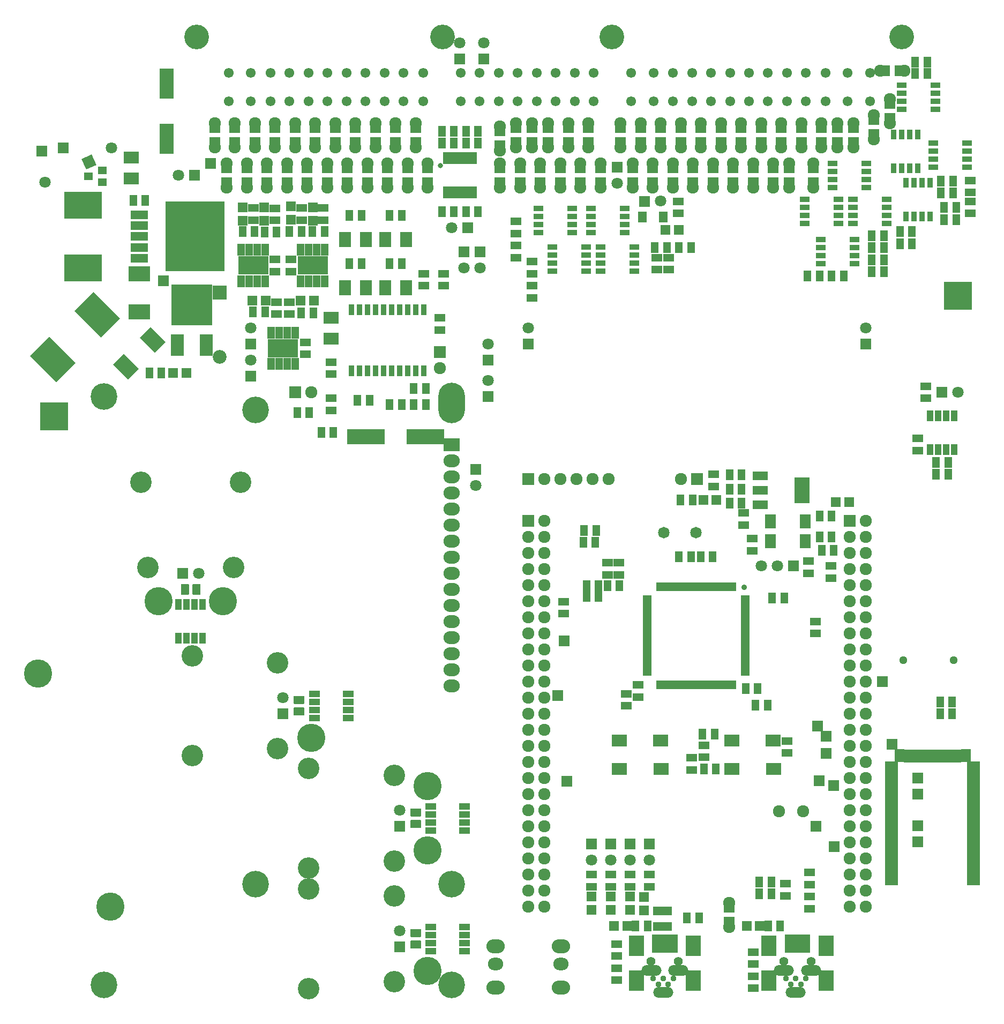
<source format=gts>
G04 (created by PCBNEW (2013-07-07 BZR 4022)-stable) date 10/09/2014 21:54:22*
%MOIN*%
G04 Gerber Fmt 3.4, Leading zero omitted, Abs format*
%FSLAX34Y34*%
G01*
G70*
G90*
G04 APERTURE LIST*
%ADD10C,0.00393701*%
%ADD11C,0.165748*%
%ADD12O,0.100748X0.080748*%
%ADD13R,0.100748X0.080748*%
%ADD14O,0.165748X0.251968*%
%ADD15R,0.055748X0.025748*%
%ADD16R,0.025748X0.055748*%
%ADD17C,0.035748*%
%ADD18R,0.033448X0.074748*%
%ADD19C,0.032*%
%ADD20R,0.070748X0.050748*%
%ADD21C,0.075748*%
%ADD22R,0.023748X0.075748*%
%ADD23C,0.061048*%
%ADD24C,0.153548*%
%ADD25R,0.050748X0.070748*%
%ADD26R,0.070748X0.070748*%
%ADD27C,0.070748*%
%ADD28R,0.062948X0.062948*%
%ADD29R,0.075748X0.075748*%
%ADD30R,0.095748X0.159748*%
%ADD31R,0.095748X0.055748*%
%ADD32C,0.071748*%
%ADD33R,0.0433071X0.0551181*%
%ADD34R,0.0944882X0.0748031*%
%ADD35R,0.175748X0.175748*%
%ADD36R,0.133848X0.094448*%
%ADD37R,0.232248X0.167348*%
%ADD38R,0.105748X0.057748*%
%ADD39R,0.365748X0.435748*%
%ADD40R,0.080748X0.135748*%
%ADD41R,0.255748X0.255748*%
%ADD42R,0.090548X0.188948*%
%ADD43R,0.095748X0.075748*%
%ADD44R,0.055148X0.047248*%
%ADD45C,0.085748*%
%ADD46R,0.085748X0.085748*%
%ADD47R,0.075748X0.095748*%
%ADD48R,0.232248X0.094448*%
%ADD49R,0.035748X0.065748*%
%ADD50C,0.050748*%
%ADD51R,0.060748X0.035748*%
%ADD52R,0.035748X0.060748*%
%ADD53R,0.053748X0.065748*%
%ADD54R,0.039348X0.070848*%
%ADD55R,0.190748X0.115748*%
%ADD56R,0.045748X0.075748*%
%ADD57C,0.037748*%
%ADD58O,0.125748X0.065748*%
%ADD59R,0.035748X0.115748*%
%ADD60R,0.0944882X0.125748*%
%ADD61C,0.055748*%
%ADD62O,0.094448X0.078748*%
%ADD63O,0.114148X0.086648*%
%ADD64R,0.082648X0.062948*%
%ADD65R,0.062948X0.078648*%
%ADD66R,0.062948X0.082648*%
%ADD67C,0.133848*%
%ADD68R,0.070848X0.039348*%
%ADD69R,0.060748X0.040748*%
%ADD70C,0.175748*%
%ADD71R,0.040748X0.060748*%
%ADD72R,0.0669291X0.0905512*%
G04 APERTURE END LIST*
G54D10*
G54D11*
X57295Y-42584D03*
X57295Y-72112D03*
X69500Y-72112D03*
G54D12*
X69500Y-58750D03*
X69500Y-59750D03*
G54D13*
X69500Y-44750D03*
G54D12*
X69500Y-45750D03*
X69500Y-46750D03*
X69500Y-47750D03*
X69500Y-48750D03*
X69500Y-49750D03*
X69500Y-50750D03*
X69500Y-51750D03*
X69500Y-52750D03*
X69500Y-53750D03*
X69500Y-54750D03*
X69500Y-55750D03*
X69500Y-56750D03*
X69500Y-57750D03*
G54D14*
X69500Y-42167D03*
G54D11*
X69500Y-78364D03*
X47845Y-41750D03*
X47846Y-78364D03*
G54D15*
X87750Y-54274D03*
X87750Y-58994D03*
X87750Y-58794D03*
X87750Y-58604D03*
X87750Y-58404D03*
X87750Y-58204D03*
X87750Y-58014D03*
X87750Y-57814D03*
X87750Y-57614D03*
X87750Y-57424D03*
X87750Y-57224D03*
X87750Y-57024D03*
X87750Y-56824D03*
X87750Y-56634D03*
X87750Y-56434D03*
X87750Y-56234D03*
X87750Y-56044D03*
X87750Y-55844D03*
X87750Y-55644D03*
X87750Y-55454D03*
X87750Y-55254D03*
X87750Y-55054D03*
X87750Y-54864D03*
X87750Y-54664D03*
X87750Y-54464D03*
G54D16*
X87060Y-59684D03*
X82340Y-59684D03*
X82540Y-59684D03*
X82730Y-59684D03*
X82930Y-59684D03*
X83130Y-59684D03*
X83320Y-59684D03*
X83520Y-59684D03*
X83720Y-59684D03*
X83910Y-59684D03*
X84110Y-59684D03*
X84310Y-59684D03*
X84510Y-59684D03*
X84700Y-59684D03*
X84900Y-59684D03*
X85100Y-59684D03*
X85290Y-59684D03*
X85490Y-59684D03*
X85690Y-59684D03*
X85880Y-59684D03*
X86080Y-59684D03*
X86280Y-59684D03*
X86470Y-59684D03*
X86670Y-59684D03*
X86870Y-59684D03*
X87060Y-53584D03*
X86860Y-53584D03*
X86670Y-53584D03*
X86470Y-53584D03*
X86270Y-53584D03*
X86080Y-53584D03*
X85880Y-53584D03*
X85680Y-53584D03*
X85490Y-53584D03*
X85290Y-53584D03*
X85090Y-53584D03*
X84890Y-53584D03*
X84700Y-53584D03*
X84500Y-53584D03*
X84300Y-53584D03*
X84110Y-53584D03*
X83910Y-53584D03*
X83710Y-53584D03*
X83520Y-53584D03*
X83320Y-53584D03*
X83120Y-53584D03*
X82930Y-53584D03*
X82730Y-53584D03*
X82530Y-53584D03*
X82340Y-53584D03*
G54D15*
X81650Y-54274D03*
X81650Y-54474D03*
X81650Y-54664D03*
X81650Y-54864D03*
X81650Y-55064D03*
X81650Y-55254D03*
X81650Y-55454D03*
X81650Y-55654D03*
X81650Y-55844D03*
X81650Y-56044D03*
X81650Y-56244D03*
X81650Y-56444D03*
X81650Y-56634D03*
X81650Y-56834D03*
X81650Y-57034D03*
X81650Y-57224D03*
X81650Y-57424D03*
X81650Y-57624D03*
X81650Y-57814D03*
X81650Y-58014D03*
X81650Y-58214D03*
X81650Y-58404D03*
X81650Y-58604D03*
X81650Y-58804D03*
X81650Y-58994D03*
G54D17*
X87700Y-53634D03*
G54D18*
X69125Y-29059D03*
X69375Y-29059D03*
X69625Y-29059D03*
X69875Y-29059D03*
X70125Y-29059D03*
X70375Y-29059D03*
X70625Y-29059D03*
X70875Y-29059D03*
X70875Y-26941D03*
X70625Y-26941D03*
X70375Y-26941D03*
X70125Y-26941D03*
X69875Y-26941D03*
X69625Y-26941D03*
X69375Y-26941D03*
X69125Y-26941D03*
G54D19*
X68800Y-27400D03*
G54D20*
X78000Y-25875D03*
X78000Y-25125D03*
G54D21*
X78000Y-24750D03*
X78000Y-26250D03*
G54D22*
X78000Y-25000D03*
X78000Y-26000D03*
G54D20*
X61000Y-25875D03*
X61000Y-25125D03*
G54D21*
X61000Y-24750D03*
X61000Y-26250D03*
G54D22*
X61000Y-25000D03*
X61000Y-26000D03*
G54D20*
X59750Y-25875D03*
X59750Y-25125D03*
G54D21*
X59750Y-24750D03*
X59750Y-26250D03*
G54D22*
X59750Y-25000D03*
X59750Y-26000D03*
G54D20*
X58500Y-25875D03*
X58500Y-25125D03*
G54D21*
X58500Y-24750D03*
X58500Y-26250D03*
G54D22*
X58500Y-25000D03*
X58500Y-26000D03*
G54D20*
X57250Y-25875D03*
X57250Y-25125D03*
G54D21*
X57250Y-24750D03*
X57250Y-26250D03*
G54D22*
X57250Y-25000D03*
X57250Y-26000D03*
G54D20*
X54750Y-25875D03*
X54750Y-25125D03*
G54D21*
X54750Y-24750D03*
X54750Y-26250D03*
G54D22*
X54750Y-26000D03*
X54750Y-25000D03*
G54D20*
X56000Y-25875D03*
X56000Y-25125D03*
G54D21*
X56000Y-24750D03*
X56000Y-26250D03*
G54D22*
X56000Y-26000D03*
X56000Y-25000D03*
G54D20*
X87000Y-28375D03*
X87000Y-27625D03*
G54D21*
X87000Y-27250D03*
X87000Y-28750D03*
G54D22*
X87000Y-28500D03*
X87000Y-27500D03*
G54D23*
X55621Y-21628D03*
X55621Y-23400D03*
X56998Y-23400D03*
X56998Y-21628D03*
X61762Y-21628D03*
X61762Y-23400D03*
X60581Y-23400D03*
X60581Y-21628D03*
X58219Y-21628D03*
X58219Y-23400D03*
X59400Y-23400D03*
X59400Y-21628D03*
X64124Y-21628D03*
X64124Y-23400D03*
X62943Y-23400D03*
X62943Y-21628D03*
X65305Y-21628D03*
X65305Y-23400D03*
X66486Y-23400D03*
X66486Y-21628D03*
X73592Y-21628D03*
X73592Y-23400D03*
X72411Y-23400D03*
X72411Y-21628D03*
X70049Y-21628D03*
X70049Y-23400D03*
X71230Y-23400D03*
X71230Y-21628D03*
X75955Y-21628D03*
X75955Y-23400D03*
X74774Y-23400D03*
X74774Y-21628D03*
X77136Y-21628D03*
X77136Y-23400D03*
X67707Y-21628D03*
X67707Y-23400D03*
X78317Y-23400D03*
X78317Y-21628D03*
X82036Y-23400D03*
X82036Y-21628D03*
X80658Y-23400D03*
X80658Y-21628D03*
X86801Y-23400D03*
X86801Y-21628D03*
X85620Y-23400D03*
X85620Y-21628D03*
X83258Y-23400D03*
X83258Y-21628D03*
X84439Y-23400D03*
X84439Y-21628D03*
X89163Y-23400D03*
X89163Y-21628D03*
X87982Y-23400D03*
X87982Y-21628D03*
X90344Y-23400D03*
X90344Y-21628D03*
X91525Y-23400D03*
X91525Y-21628D03*
X92746Y-23400D03*
X92746Y-21628D03*
X94124Y-23400D03*
X94124Y-21628D03*
G54D24*
X53632Y-19384D03*
X68927Y-19384D03*
X79439Y-19384D03*
G54D23*
X95502Y-23400D03*
X95502Y-21628D03*
G54D24*
X97490Y-19384D03*
G54D20*
X75500Y-25875D03*
X75500Y-25125D03*
G54D21*
X75500Y-24750D03*
X75500Y-26250D03*
G54D20*
X77500Y-28375D03*
X77500Y-27625D03*
G54D21*
X77500Y-27250D03*
X77500Y-28750D03*
G54D20*
X76750Y-25875D03*
X76750Y-25125D03*
G54D21*
X76750Y-24750D03*
X76750Y-26250D03*
G54D20*
X78750Y-28375D03*
X78750Y-27625D03*
G54D21*
X78750Y-27250D03*
X78750Y-28750D03*
G54D20*
X80750Y-28375D03*
X80750Y-27625D03*
G54D21*
X80750Y-27250D03*
X80750Y-28750D03*
G54D20*
X80000Y-25875D03*
X80000Y-25125D03*
G54D21*
X80000Y-24750D03*
X80000Y-26250D03*
G54D20*
X82000Y-28375D03*
X82000Y-27625D03*
G54D21*
X82000Y-27250D03*
X82000Y-28750D03*
G54D20*
X81250Y-25875D03*
X81250Y-25125D03*
G54D21*
X81250Y-24750D03*
X81250Y-26250D03*
G54D20*
X83250Y-28375D03*
X83250Y-27625D03*
G54D21*
X83250Y-27250D03*
X83250Y-28750D03*
G54D20*
X82500Y-25875D03*
X82500Y-25125D03*
G54D21*
X82500Y-24750D03*
X82500Y-26250D03*
G54D20*
X84500Y-28375D03*
X84500Y-27625D03*
G54D21*
X84500Y-27250D03*
X84500Y-28750D03*
G54D20*
X83750Y-25875D03*
X83750Y-25125D03*
G54D21*
X83750Y-24750D03*
X83750Y-26250D03*
G54D20*
X85750Y-28375D03*
X85750Y-27625D03*
G54D21*
X85750Y-27250D03*
X85750Y-28750D03*
G54D20*
X85000Y-25875D03*
X85000Y-25125D03*
G54D21*
X85000Y-24750D03*
X85000Y-26250D03*
G54D20*
X76250Y-28375D03*
X76250Y-27625D03*
G54D21*
X76250Y-27250D03*
X76250Y-28750D03*
G54D20*
X86250Y-25875D03*
X86250Y-25125D03*
G54D21*
X86250Y-24750D03*
X86250Y-26250D03*
G54D20*
X88250Y-28375D03*
X88250Y-27625D03*
G54D21*
X88250Y-27250D03*
X88250Y-28750D03*
G54D20*
X87500Y-25875D03*
X87500Y-25125D03*
G54D21*
X87500Y-24750D03*
X87500Y-26250D03*
G54D20*
X89500Y-28375D03*
X89500Y-27625D03*
G54D21*
X89500Y-27250D03*
X89500Y-28750D03*
G54D20*
X88750Y-25875D03*
X88750Y-25125D03*
G54D21*
X88750Y-24750D03*
X88750Y-26250D03*
G54D20*
X90500Y-28375D03*
X90500Y-27625D03*
G54D21*
X90500Y-27250D03*
X90500Y-28750D03*
G54D20*
X90000Y-25875D03*
X90000Y-25125D03*
G54D21*
X90000Y-24750D03*
X90000Y-26250D03*
G54D20*
X92000Y-28375D03*
X92000Y-27625D03*
G54D21*
X92000Y-27250D03*
X92000Y-28750D03*
G54D20*
X91250Y-25875D03*
X91250Y-25125D03*
G54D21*
X91250Y-24750D03*
X91250Y-26250D03*
G54D20*
X93500Y-25875D03*
X93500Y-25125D03*
G54D21*
X93500Y-24750D03*
X93500Y-26250D03*
G54D20*
X92500Y-25875D03*
X92500Y-25125D03*
G54D21*
X92500Y-24750D03*
X92500Y-26250D03*
G54D20*
X95750Y-25375D03*
X95750Y-24625D03*
G54D21*
X95750Y-24250D03*
X95750Y-25750D03*
G54D20*
X94500Y-25875D03*
X94500Y-25125D03*
G54D21*
X94500Y-24750D03*
X94500Y-26250D03*
G54D20*
X96750Y-24375D03*
X96750Y-23625D03*
G54D21*
X96750Y-23250D03*
X96750Y-24750D03*
G54D25*
X97275Y-21500D03*
X96525Y-21500D03*
G54D21*
X96150Y-21500D03*
X97650Y-21500D03*
G54D20*
X65500Y-28375D03*
X65500Y-27625D03*
G54D21*
X65500Y-27250D03*
X65500Y-28750D03*
G54D20*
X56750Y-28375D03*
X56750Y-27625D03*
G54D21*
X56750Y-27250D03*
X56750Y-28750D03*
G54D20*
X58000Y-28375D03*
X58000Y-27625D03*
G54D21*
X58000Y-27250D03*
X58000Y-28750D03*
G54D20*
X59250Y-28375D03*
X59250Y-27625D03*
G54D21*
X59250Y-27250D03*
X59250Y-28750D03*
G54D20*
X60500Y-28375D03*
X60500Y-27625D03*
G54D21*
X60500Y-27250D03*
X60500Y-28750D03*
G54D20*
X61750Y-28375D03*
X61750Y-27625D03*
G54D21*
X61750Y-27250D03*
X61750Y-28750D03*
G54D20*
X63000Y-28375D03*
X63000Y-27625D03*
G54D21*
X63000Y-27250D03*
X63000Y-28750D03*
G54D20*
X62250Y-25875D03*
X62250Y-25125D03*
G54D21*
X62250Y-24750D03*
X62250Y-26250D03*
G54D20*
X64250Y-28375D03*
X64250Y-27625D03*
G54D21*
X64250Y-27250D03*
X64250Y-28750D03*
G54D20*
X63500Y-25875D03*
X63500Y-25125D03*
G54D21*
X63500Y-24750D03*
X63500Y-26250D03*
G54D20*
X55500Y-28375D03*
X55500Y-27625D03*
G54D21*
X55500Y-27250D03*
X55500Y-28750D03*
G54D20*
X64750Y-25875D03*
X64750Y-25125D03*
G54D21*
X64750Y-24750D03*
X64750Y-26250D03*
G54D20*
X66750Y-28375D03*
X66750Y-27625D03*
G54D21*
X66750Y-27250D03*
X66750Y-28750D03*
G54D20*
X66000Y-25875D03*
X66000Y-25125D03*
G54D21*
X66000Y-24750D03*
X66000Y-26250D03*
G54D20*
X68000Y-28375D03*
X68000Y-27625D03*
G54D21*
X68000Y-27250D03*
X68000Y-28750D03*
G54D20*
X67250Y-25875D03*
X67250Y-25125D03*
G54D21*
X67250Y-24750D03*
X67250Y-26250D03*
G54D20*
X72500Y-28375D03*
X72500Y-27625D03*
G54D21*
X72500Y-27250D03*
X72500Y-28750D03*
G54D20*
X72500Y-26075D03*
X72500Y-25325D03*
G54D21*
X72500Y-24950D03*
X72500Y-26450D03*
G54D26*
X74250Y-38500D03*
G54D27*
X74250Y-37500D03*
G54D26*
X95250Y-38500D03*
G54D27*
X95250Y-37500D03*
G54D26*
X70500Y-31250D03*
G54D27*
X69500Y-31250D03*
G54D20*
X90350Y-63934D03*
X90350Y-63184D03*
G54D25*
X84975Y-51734D03*
X85725Y-51734D03*
X84375Y-51734D03*
X83625Y-51734D03*
G54D20*
X84425Y-64984D03*
X84425Y-64234D03*
G54D25*
X77875Y-53534D03*
X78625Y-53534D03*
X77875Y-54184D03*
X78625Y-54184D03*
G54D20*
X79200Y-52109D03*
X79200Y-52859D03*
X79900Y-52109D03*
X79900Y-52859D03*
X87650Y-49759D03*
X87650Y-49009D03*
G54D25*
X78475Y-50084D03*
X77725Y-50084D03*
X83725Y-48184D03*
X84475Y-48184D03*
G54D20*
X81100Y-60459D03*
X81100Y-59709D03*
G54D25*
X88525Y-59934D03*
X87775Y-59934D03*
X90175Y-54284D03*
X89425Y-54284D03*
G54D20*
X80350Y-60259D03*
X80350Y-61009D03*
X93100Y-53059D03*
X93100Y-52309D03*
G54D25*
X88400Y-60959D03*
X89150Y-60959D03*
X86775Y-48384D03*
X87525Y-48384D03*
X87525Y-47534D03*
X86775Y-47534D03*
G54D28*
X85137Y-48184D03*
X85963Y-48184D03*
G54D25*
X78425Y-50834D03*
X77675Y-50834D03*
G54D26*
X78200Y-69584D03*
G54D27*
X78200Y-70584D03*
G54D26*
X79400Y-69584D03*
G54D27*
X79400Y-70584D03*
G54D26*
X80600Y-69584D03*
G54D27*
X80600Y-70584D03*
G54D26*
X81800Y-69584D03*
G54D27*
X81800Y-70584D03*
G54D26*
X90750Y-52284D03*
G54D27*
X89750Y-52284D03*
X88750Y-52284D03*
G54D29*
X74250Y-49484D03*
G54D21*
X75250Y-49484D03*
X74250Y-50484D03*
X75250Y-50484D03*
X74250Y-51484D03*
X75250Y-51484D03*
X74250Y-52484D03*
X75250Y-52484D03*
X74250Y-53484D03*
X75250Y-53484D03*
X74250Y-54484D03*
X75250Y-54484D03*
X74250Y-55484D03*
X75250Y-55484D03*
X74250Y-56484D03*
X75250Y-56484D03*
X74250Y-57484D03*
X75250Y-57484D03*
X74250Y-58484D03*
X75250Y-58484D03*
X74250Y-59484D03*
X75250Y-59484D03*
X74250Y-60484D03*
X75250Y-60484D03*
X74250Y-61484D03*
X75250Y-61484D03*
X74250Y-62484D03*
X75250Y-62484D03*
X74250Y-63484D03*
X75250Y-63484D03*
X74250Y-64484D03*
X75250Y-64484D03*
X74250Y-65484D03*
X75250Y-65484D03*
X74250Y-66484D03*
X75250Y-66484D03*
X74250Y-67484D03*
X75250Y-67484D03*
X74250Y-68484D03*
X75250Y-68484D03*
X74250Y-69484D03*
X75250Y-69484D03*
X74250Y-70484D03*
X75250Y-70484D03*
X74250Y-71484D03*
X75250Y-71484D03*
X74250Y-72484D03*
X75250Y-72484D03*
X74250Y-73484D03*
X75250Y-73484D03*
G54D29*
X94250Y-49484D03*
G54D21*
X95250Y-49484D03*
X94250Y-50484D03*
X95250Y-50484D03*
X94250Y-51484D03*
X95250Y-51484D03*
X94250Y-52484D03*
X95250Y-52484D03*
X94250Y-53484D03*
X95250Y-53484D03*
X94250Y-54484D03*
X95250Y-54484D03*
X94250Y-55484D03*
X95250Y-55484D03*
X94250Y-56484D03*
X95250Y-56484D03*
X94250Y-57484D03*
X95250Y-57484D03*
X94250Y-58484D03*
X95250Y-58484D03*
X94250Y-59484D03*
X95250Y-59484D03*
X94250Y-60484D03*
X95250Y-60484D03*
X94250Y-61484D03*
X95250Y-61484D03*
X94250Y-62484D03*
X95250Y-62484D03*
X94250Y-63484D03*
X95250Y-63484D03*
X94250Y-64484D03*
X95250Y-64484D03*
X94250Y-65484D03*
X95250Y-65484D03*
X94250Y-66484D03*
X95250Y-66484D03*
X94250Y-67484D03*
X95250Y-67484D03*
X94250Y-68484D03*
X95250Y-68484D03*
X94250Y-69484D03*
X95250Y-69484D03*
X94250Y-70484D03*
X95250Y-70484D03*
X94250Y-71484D03*
X95250Y-71484D03*
X94250Y-72484D03*
X95250Y-72484D03*
X94250Y-73484D03*
X95250Y-73484D03*
G54D29*
X84750Y-46884D03*
G54D21*
X83750Y-46884D03*
G54D29*
X74250Y-46884D03*
G54D21*
X75250Y-46884D03*
X76250Y-46884D03*
X77250Y-46884D03*
X78250Y-46884D03*
X79250Y-46884D03*
G54D25*
X85100Y-62759D03*
X85850Y-62759D03*
G54D20*
X85200Y-64209D03*
X85200Y-63459D03*
G54D25*
X85175Y-64934D03*
X85925Y-64934D03*
G54D20*
X92125Y-55759D03*
X92125Y-56509D03*
X76450Y-54525D03*
X76450Y-55275D03*
X78200Y-72259D03*
X78200Y-71509D03*
X79400Y-72259D03*
X79400Y-71509D03*
X80600Y-72259D03*
X80600Y-71509D03*
X81800Y-72259D03*
X81800Y-71509D03*
G54D25*
X79925Y-53534D03*
X79175Y-53534D03*
G54D20*
X85800Y-47359D03*
X85800Y-46609D03*
G54D25*
X80925Y-74700D03*
X81675Y-74700D03*
X93125Y-49184D03*
X92375Y-49184D03*
G54D30*
X91300Y-47584D03*
G54D31*
X88700Y-47584D03*
X88700Y-48484D03*
X88700Y-46684D03*
G54D32*
X82700Y-50234D03*
X84700Y-50234D03*
G54D20*
X79750Y-76575D03*
X79750Y-75825D03*
X79750Y-77325D03*
X79750Y-78075D03*
X91700Y-52759D03*
X91700Y-52009D03*
X88200Y-51359D03*
X88200Y-50609D03*
G54D33*
X82974Y-73777D03*
X82600Y-73777D03*
X82225Y-73777D03*
X82225Y-74722D03*
X82600Y-74722D03*
X82974Y-74722D03*
G54D34*
X86920Y-63148D03*
X89479Y-63148D03*
X89518Y-64919D03*
X86920Y-64919D03*
X79920Y-63148D03*
X82479Y-63148D03*
X82518Y-64919D03*
X79920Y-64919D03*
G54D35*
X101000Y-35500D03*
G54D28*
X80590Y-72871D03*
X80590Y-73697D03*
X78190Y-72871D03*
X78190Y-73697D03*
X79390Y-72871D03*
X79390Y-73697D03*
X81450Y-72887D03*
X81450Y-73713D03*
X80413Y-74700D03*
X79587Y-74700D03*
X93377Y-48324D03*
X94203Y-48324D03*
G54D25*
X84125Y-74200D03*
X84875Y-74200D03*
X86775Y-46624D03*
X87525Y-46624D03*
X92515Y-51324D03*
X93265Y-51324D03*
X92375Y-50504D03*
X93125Y-50504D03*
X69625Y-26000D03*
X68875Y-26000D03*
X71125Y-26000D03*
X70375Y-26000D03*
X69625Y-25250D03*
X68875Y-25250D03*
X71125Y-25250D03*
X70375Y-25250D03*
X68875Y-30250D03*
X69625Y-30250D03*
X70375Y-30250D03*
X71125Y-30250D03*
G54D36*
X50056Y-36491D03*
X50056Y-34129D03*
G54D10*
G36*
X49360Y-40702D02*
X48413Y-39755D01*
X49081Y-39087D01*
X50028Y-40034D01*
X49360Y-40702D01*
X49360Y-40702D01*
G37*
G36*
X51030Y-39032D02*
X50084Y-38085D01*
X50751Y-37417D01*
X51698Y-38364D01*
X51030Y-39032D01*
X51030Y-39032D01*
G37*
G54D37*
X46556Y-29851D03*
X46556Y-33769D03*
G54D10*
G36*
X47211Y-35262D02*
X48854Y-36904D01*
X47670Y-38087D01*
X46028Y-36445D01*
X47211Y-35262D01*
X47211Y-35262D01*
G37*
G36*
X44441Y-38032D02*
X46083Y-39674D01*
X44900Y-40858D01*
X43258Y-39215D01*
X44441Y-38032D01*
X44441Y-38032D01*
G37*
G54D25*
X50681Y-40310D03*
X51431Y-40310D03*
G54D28*
X52143Y-40310D03*
X52969Y-40310D03*
G54D38*
X50056Y-30470D03*
G54D39*
X53506Y-31810D03*
G54D38*
X50056Y-31810D03*
X50056Y-31140D03*
X50056Y-32480D03*
X50056Y-33150D03*
G54D40*
X52406Y-38560D03*
G54D41*
X53306Y-36060D03*
G54D40*
X54206Y-38560D03*
G54D42*
X51750Y-25732D03*
X51750Y-22307D03*
G54D25*
X49681Y-29560D03*
X50431Y-29560D03*
G54D26*
X51556Y-34560D03*
G54D43*
X49556Y-28210D03*
X49556Y-26910D03*
G54D44*
X46873Y-28060D03*
X47739Y-27685D03*
X47739Y-28435D03*
G54D45*
X55056Y-39310D03*
G54D46*
X55056Y-35310D03*
G54D10*
G36*
X46744Y-27646D02*
X46445Y-27005D01*
X47086Y-26706D01*
X47385Y-27347D01*
X46744Y-27646D01*
X46744Y-27646D01*
G37*
G54D27*
X44196Y-28443D03*
G54D26*
X45306Y-26310D03*
G54D27*
X48306Y-26310D03*
G54D26*
X53500Y-28000D03*
G54D27*
X52500Y-28000D03*
G54D43*
X62000Y-38150D03*
X62000Y-36850D03*
G54D47*
X65350Y-35000D03*
X66650Y-35000D03*
X64150Y-35000D03*
X62850Y-35000D03*
X62850Y-32000D03*
X64150Y-32000D03*
X66650Y-32000D03*
X65350Y-32000D03*
G54D25*
X67875Y-42250D03*
X67125Y-42250D03*
X65625Y-42250D03*
X66375Y-42250D03*
G54D48*
X64150Y-44250D03*
X67850Y-44250D03*
G54D49*
X67750Y-36350D03*
X67250Y-36350D03*
X66750Y-36350D03*
X66250Y-36350D03*
X65750Y-36350D03*
X65250Y-36350D03*
X64750Y-36350D03*
X64250Y-36350D03*
X63750Y-36350D03*
X63250Y-36350D03*
X63250Y-40150D03*
X63750Y-40150D03*
X64250Y-40150D03*
X64750Y-40150D03*
X65250Y-40150D03*
X65750Y-40150D03*
X66250Y-40150D03*
X66750Y-40150D03*
X67250Y-40150D03*
X67750Y-40150D03*
G54D29*
X59750Y-41500D03*
G54D21*
X60750Y-41500D03*
G54D26*
X71750Y-41750D03*
G54D27*
X71750Y-40750D03*
G54D26*
X71750Y-39500D03*
G54D27*
X71750Y-38500D03*
G54D20*
X88250Y-76325D03*
X88250Y-77075D03*
G54D25*
X88625Y-71950D03*
X89375Y-71950D03*
X89375Y-72700D03*
X88625Y-72700D03*
G54D20*
X90250Y-72075D03*
X90250Y-72825D03*
X88250Y-77825D03*
X88250Y-78575D03*
G54D25*
X89925Y-74700D03*
X89175Y-74700D03*
X100625Y-60750D03*
X99875Y-60750D03*
X99875Y-61500D03*
X100625Y-61500D03*
G54D28*
X88663Y-74700D03*
X87837Y-74700D03*
G54D50*
X97576Y-58158D03*
X100725Y-58158D03*
G54D20*
X83000Y-33125D03*
X83000Y-33875D03*
G54D25*
X83625Y-32500D03*
X84375Y-32500D03*
G54D20*
X73500Y-32375D03*
X73500Y-33125D03*
X74500Y-34875D03*
X74500Y-35625D03*
G54D25*
X95625Y-34000D03*
X96375Y-34000D03*
X92375Y-34250D03*
X91625Y-34250D03*
X96375Y-33250D03*
X95625Y-33250D03*
X93875Y-34250D03*
X93125Y-34250D03*
G54D20*
X73500Y-30875D03*
X73500Y-31625D03*
X74500Y-33375D03*
X74500Y-34125D03*
G54D25*
X82125Y-32500D03*
X82875Y-32500D03*
G54D20*
X82250Y-33875D03*
X82250Y-33125D03*
G54D51*
X92450Y-33500D03*
X94550Y-33500D03*
X92450Y-33000D03*
X92450Y-32500D03*
X92450Y-32000D03*
X94550Y-33000D03*
X94550Y-32500D03*
X94550Y-32000D03*
X91450Y-31000D03*
X93550Y-31000D03*
X91450Y-30500D03*
X91450Y-30000D03*
X91450Y-29500D03*
X93550Y-30500D03*
X93550Y-30000D03*
X93550Y-29500D03*
X77000Y-30050D03*
X74900Y-30050D03*
X77000Y-30550D03*
X77000Y-31050D03*
X77000Y-31550D03*
X74900Y-30550D03*
X74900Y-31050D03*
X74900Y-31550D03*
X78150Y-31550D03*
X80250Y-31550D03*
X78150Y-31050D03*
X78150Y-30550D03*
X78150Y-30050D03*
X80250Y-31050D03*
X80250Y-30550D03*
X80250Y-30050D03*
X78750Y-33950D03*
X80850Y-33950D03*
X78750Y-33450D03*
X78750Y-32950D03*
X78750Y-32450D03*
X80850Y-33450D03*
X80850Y-32950D03*
X80850Y-32450D03*
X77850Y-32450D03*
X75750Y-32450D03*
X77850Y-32950D03*
X77850Y-33450D03*
X77850Y-33950D03*
X75750Y-32950D03*
X75750Y-33450D03*
X75750Y-33950D03*
G54D52*
X97000Y-25450D03*
X97000Y-27550D03*
X97500Y-25450D03*
X98000Y-25450D03*
X98500Y-25450D03*
X97500Y-27550D03*
X98000Y-27550D03*
X98500Y-27550D03*
G54D51*
X97500Y-23900D03*
X99600Y-23900D03*
X97500Y-23400D03*
X97500Y-22900D03*
X97500Y-22400D03*
X99600Y-23400D03*
X99600Y-22900D03*
X99600Y-22400D03*
X99450Y-27500D03*
X101550Y-27500D03*
X99450Y-27000D03*
X99450Y-26500D03*
X99450Y-26000D03*
X101550Y-27000D03*
X101550Y-26500D03*
X101550Y-26000D03*
G54D52*
X97750Y-28450D03*
X97750Y-30550D03*
X98250Y-28450D03*
X98750Y-28450D03*
X99250Y-28450D03*
X98250Y-30550D03*
X98750Y-30550D03*
X99250Y-30550D03*
G54D51*
X94450Y-31000D03*
X96550Y-31000D03*
X94450Y-30500D03*
X94450Y-30000D03*
X94450Y-29500D03*
X96550Y-30500D03*
X96550Y-30000D03*
X96550Y-29500D03*
X93200Y-28750D03*
X95300Y-28750D03*
X93200Y-28250D03*
X93200Y-27750D03*
X93200Y-27250D03*
X95300Y-28250D03*
X95300Y-27750D03*
X95300Y-27250D03*
G54D25*
X99075Y-20950D03*
X98325Y-20950D03*
G54D20*
X101750Y-28325D03*
X101750Y-29075D03*
G54D25*
X100675Y-28350D03*
X99925Y-28350D03*
X100875Y-30000D03*
X100125Y-30000D03*
X98125Y-31500D03*
X97375Y-31500D03*
X96375Y-31750D03*
X95625Y-31750D03*
G54D53*
X82640Y-30610D03*
X81350Y-30610D03*
G54D20*
X83600Y-29625D03*
X83600Y-30375D03*
G54D26*
X81500Y-29625D03*
G54D27*
X82500Y-29600D03*
G54D26*
X79800Y-27500D03*
G54D27*
X79800Y-28500D03*
G54D25*
X97375Y-32250D03*
X98125Y-32250D03*
X95625Y-32500D03*
X96375Y-32500D03*
X99925Y-29100D03*
X100675Y-29100D03*
X100125Y-30750D03*
X100875Y-30750D03*
G54D20*
X101750Y-29625D03*
X101750Y-30375D03*
G54D25*
X98325Y-21650D03*
X99075Y-21650D03*
G54D28*
X83613Y-31400D03*
X82787Y-31400D03*
G54D25*
X99625Y-46600D03*
X100375Y-46600D03*
X100375Y-45850D03*
X99625Y-45850D03*
G54D20*
X98500Y-44375D03*
X98500Y-45125D03*
G54D54*
X99250Y-42950D03*
X99250Y-45050D03*
X99750Y-42950D03*
X100250Y-42950D03*
X100750Y-42950D03*
X99750Y-45050D03*
X100250Y-45050D03*
X100750Y-45050D03*
G54D20*
X99000Y-41125D03*
X99000Y-41875D03*
G54D26*
X100000Y-41500D03*
G54D27*
X101000Y-41500D03*
G54D55*
X59000Y-38755D03*
G54D56*
X59750Y-37780D03*
X59250Y-37780D03*
X58750Y-37780D03*
X58250Y-37780D03*
X59750Y-39730D03*
X59250Y-39730D03*
X58750Y-39730D03*
X58250Y-39730D03*
G54D55*
X60850Y-33605D03*
G54D56*
X61600Y-32630D03*
X61100Y-32630D03*
X60600Y-32630D03*
X60100Y-32630D03*
X61600Y-34580D03*
X61100Y-34580D03*
X60600Y-34580D03*
X60100Y-34580D03*
G54D55*
X57150Y-33605D03*
G54D56*
X57900Y-32630D03*
X57400Y-32630D03*
X56900Y-32630D03*
X56400Y-32630D03*
X57900Y-34580D03*
X57400Y-34580D03*
X56900Y-34580D03*
X56400Y-34580D03*
G54D25*
X60875Y-36555D03*
X60125Y-36555D03*
G54D20*
X59400Y-35880D03*
X59400Y-36630D03*
G54D25*
X59400Y-31505D03*
X60150Y-31505D03*
X57850Y-31530D03*
X58600Y-31530D03*
G54D20*
X58500Y-30055D03*
X58500Y-30805D03*
X59500Y-33980D03*
X59500Y-33230D03*
X57150Y-30030D03*
X57150Y-30780D03*
G54D25*
X56475Y-31505D03*
X57225Y-31505D03*
G54D20*
X58600Y-35880D03*
X58600Y-36630D03*
G54D25*
X57125Y-36505D03*
X57875Y-36505D03*
G54D20*
X58500Y-33980D03*
X58500Y-33230D03*
X60150Y-30030D03*
X60150Y-30780D03*
X60400Y-39130D03*
X60400Y-38380D03*
X61500Y-30030D03*
X61500Y-30780D03*
G54D25*
X60825Y-31505D03*
X61575Y-31505D03*
G54D28*
X60913Y-35805D03*
X60087Y-35805D03*
X59475Y-30768D03*
X59475Y-29942D03*
X57825Y-30818D03*
X57825Y-29992D03*
X56500Y-30818D03*
X56500Y-29992D03*
X60850Y-30818D03*
X60850Y-29992D03*
X57087Y-35805D03*
X57913Y-35805D03*
G54D26*
X57000Y-38500D03*
G54D27*
X57000Y-37500D03*
G54D26*
X57000Y-40500D03*
G54D27*
X57000Y-39500D03*
G54D29*
X68750Y-39000D03*
G54D21*
X68750Y-40000D03*
G54D20*
X74500Y-25875D03*
X74500Y-25125D03*
G54D21*
X74500Y-24750D03*
X74500Y-26250D03*
G54D20*
X75000Y-28375D03*
X75000Y-27625D03*
G54D21*
X75000Y-27250D03*
X75000Y-28750D03*
G54D20*
X73500Y-25875D03*
X73500Y-25125D03*
G54D21*
X73500Y-24750D03*
X73500Y-26250D03*
G54D20*
X73750Y-28375D03*
X73750Y-27625D03*
G54D21*
X73750Y-27250D03*
X73750Y-28750D03*
G54D57*
X82020Y-77953D03*
X82335Y-78346D03*
X82650Y-77953D03*
X82964Y-78346D03*
X83279Y-77953D03*
G54D58*
X82650Y-78838D03*
X81901Y-77461D03*
X83594Y-77461D03*
G54D59*
X82120Y-75800D03*
X82435Y-75800D03*
X82750Y-75800D03*
X83064Y-75800D03*
X83379Y-75800D03*
G54D60*
X80978Y-78081D03*
X84521Y-78081D03*
X80978Y-75915D03*
X84521Y-75915D03*
G54D61*
X81900Y-76900D03*
X83600Y-76900D03*
G54D59*
X90370Y-75800D03*
X90685Y-75800D03*
X91000Y-75800D03*
X91314Y-75800D03*
X91629Y-75800D03*
G54D60*
X89228Y-78081D03*
X92771Y-78081D03*
X89228Y-75915D03*
X92771Y-75915D03*
G54D61*
X90150Y-76900D03*
X91850Y-76900D03*
G54D57*
X90270Y-77953D03*
X90585Y-78346D03*
X90900Y-77953D03*
X91214Y-78346D03*
X91529Y-77953D03*
G54D58*
X90900Y-78838D03*
X90151Y-77461D03*
X91844Y-77461D03*
G54D26*
X71500Y-20750D03*
G54D27*
X71500Y-19750D03*
G54D26*
X70000Y-20750D03*
G54D27*
X70000Y-19750D03*
G54D62*
X72222Y-77072D03*
X76278Y-77072D03*
G54D63*
X76278Y-75970D03*
X72222Y-75970D03*
X76278Y-78530D03*
X72222Y-78530D03*
G54D64*
X101959Y-65957D03*
X101959Y-65366D03*
X101959Y-64776D03*
X101959Y-66547D03*
X101959Y-67138D03*
X101959Y-67728D03*
X101959Y-68319D03*
X101959Y-68909D03*
X101959Y-69500D03*
X101959Y-70091D03*
X101959Y-70681D03*
X101959Y-71272D03*
X101959Y-71862D03*
G54D65*
X101467Y-64108D03*
G54D66*
X100875Y-64126D03*
X100285Y-64126D03*
X99695Y-64126D03*
X99105Y-64126D03*
X98515Y-64126D03*
X97925Y-64126D03*
G54D65*
X97335Y-64107D03*
G54D64*
X96841Y-64776D03*
X96841Y-65366D03*
X96841Y-65958D03*
X96841Y-66547D03*
X96841Y-67138D03*
X96841Y-67728D03*
X96841Y-68319D03*
X96841Y-68909D03*
X96841Y-69500D03*
X96841Y-70091D03*
X96841Y-70681D03*
X96841Y-71272D03*
X96841Y-71862D03*
G54D26*
X70250Y-32750D03*
G54D27*
X70250Y-33750D03*
G54D26*
X71250Y-32750D03*
G54D27*
X71250Y-33750D03*
G54D26*
X71000Y-46300D03*
G54D27*
X71000Y-47300D03*
G54D26*
X92800Y-62900D03*
X93300Y-69750D03*
X96300Y-59500D03*
X92250Y-62250D03*
X96900Y-63400D03*
X92800Y-63950D03*
X98500Y-65500D03*
X92350Y-65650D03*
X98500Y-66500D03*
X93250Y-65950D03*
X76650Y-65700D03*
X76100Y-60350D03*
X76500Y-56950D03*
X98500Y-68450D03*
X92150Y-68500D03*
X98500Y-69450D03*
G54D67*
X60593Y-78610D03*
X60593Y-72390D03*
X65907Y-78177D03*
X65907Y-72823D03*
G54D68*
X70300Y-74750D03*
X68200Y-74750D03*
X70300Y-75250D03*
X70300Y-75750D03*
X70300Y-76250D03*
X68200Y-75250D03*
X68200Y-75750D03*
X68200Y-76250D03*
G54D20*
X67250Y-75125D03*
X67250Y-75875D03*
G54D69*
X67250Y-75200D03*
X67250Y-75800D03*
G54D26*
X66250Y-76000D03*
G54D27*
X66250Y-75000D03*
G54D70*
X68000Y-77500D03*
X48250Y-73500D03*
G54D67*
X60593Y-71110D03*
X60593Y-64890D03*
X65907Y-70677D03*
X65907Y-65323D03*
G54D68*
X70300Y-67250D03*
X68200Y-67250D03*
X70300Y-67750D03*
X70300Y-68250D03*
X70300Y-68750D03*
X68200Y-67750D03*
X68200Y-68250D03*
X68200Y-68750D03*
G54D20*
X67250Y-67625D03*
X67250Y-68375D03*
G54D69*
X67250Y-67700D03*
X67250Y-68300D03*
G54D26*
X66250Y-68500D03*
G54D27*
X66250Y-67500D03*
G54D70*
X68000Y-70000D03*
X68000Y-66000D03*
G54D67*
X53343Y-64110D03*
X53343Y-57890D03*
X58657Y-63677D03*
X58657Y-58323D03*
G54D68*
X63050Y-60250D03*
X60950Y-60250D03*
X63050Y-60750D03*
X63050Y-61250D03*
X63050Y-61750D03*
X60950Y-60750D03*
X60950Y-61250D03*
X60950Y-61750D03*
G54D20*
X60000Y-60625D03*
X60000Y-61375D03*
G54D69*
X60000Y-60700D03*
X60000Y-61300D03*
G54D26*
X59000Y-61500D03*
G54D27*
X59000Y-60500D03*
G54D70*
X43750Y-59000D03*
X60750Y-63000D03*
G54D67*
X50140Y-47093D03*
X56360Y-47093D03*
X50573Y-52407D03*
X55927Y-52407D03*
G54D54*
X54000Y-56800D03*
X54000Y-54700D03*
X53500Y-56800D03*
X53000Y-56800D03*
X52500Y-56800D03*
X53500Y-54700D03*
X53000Y-54700D03*
X52500Y-54700D03*
G54D25*
X53625Y-53750D03*
X52875Y-53750D03*
G54D71*
X53550Y-53750D03*
X52950Y-53750D03*
G54D26*
X52750Y-52750D03*
G54D27*
X53750Y-52750D03*
G54D70*
X55250Y-54500D03*
X51250Y-54500D03*
G54D72*
X89317Y-50779D03*
X91482Y-50779D03*
X91482Y-49520D03*
X89317Y-49520D03*
G54D35*
X44750Y-43000D03*
G54D26*
X54500Y-27250D03*
X44000Y-26500D03*
G54D22*
X86750Y-73500D03*
G54D20*
X86750Y-74375D03*
X86750Y-73625D03*
G54D21*
X86750Y-73250D03*
X86750Y-74750D03*
G54D22*
X86750Y-74500D03*
G54D21*
X89850Y-67550D03*
X91350Y-67550D03*
G54D20*
X68750Y-37625D03*
X68750Y-36875D03*
X67750Y-34125D03*
X67750Y-34875D03*
X62000Y-42625D03*
X62000Y-41875D03*
X69000Y-34125D03*
X69000Y-34875D03*
G54D25*
X67875Y-41250D03*
X67125Y-41250D03*
G54D20*
X62000Y-40375D03*
X62000Y-39625D03*
G54D25*
X65625Y-33500D03*
X66375Y-33500D03*
X63125Y-30500D03*
X63875Y-30500D03*
X66375Y-30500D03*
X65625Y-30500D03*
X62125Y-44000D03*
X61375Y-44000D03*
X60625Y-42750D03*
X59875Y-42750D03*
X63875Y-33500D03*
X63125Y-33500D03*
X63625Y-42000D03*
X64375Y-42000D03*
G54D20*
X91750Y-71375D03*
X91750Y-72125D03*
X91750Y-72875D03*
X91750Y-73625D03*
M02*

</source>
